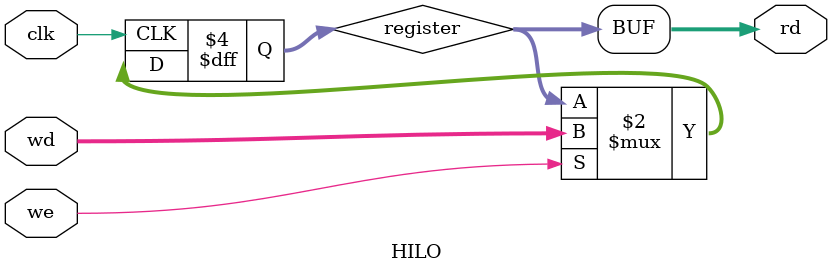
<source format=v>
`timescale 1ns / 1ps
`include "defines.vh"

module HILO(
	/*
		模块名称: HILO
		模块功能: HILO 寄存器
		输入:
			clk 	时钟信号
			we 	    写信号
			wd		写入数据
		输出:
            rd      读出数据
	*/
	input 	wire 		clk,
    input 	wire 		we,
	input 	wire[31:0] 	wd,
	output 	wire[31:0] 	rd
    );

	reg[31:0] register;

    always @(negedge clk) begin
        if (we) begin
            register <= wd;
        end
    end

    assign rd = register;

endmodule

</source>
